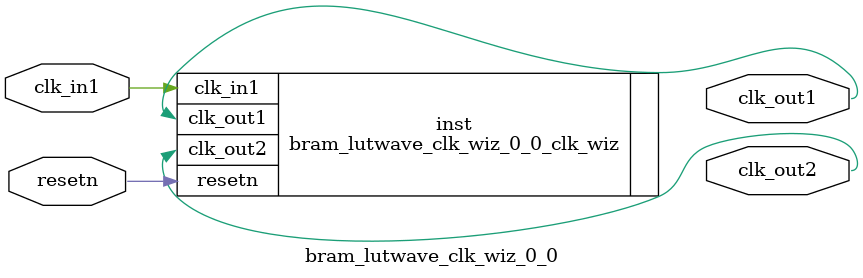
<source format=v>


`timescale 1ps/1ps

(* CORE_GENERATION_INFO = "bram_lutwave_clk_wiz_0_0,clk_wiz_v6_0_6_0_0,{component_name=bram_lutwave_clk_wiz_0_0,use_phase_alignment=false,use_min_o_jitter=false,use_max_i_jitter=false,use_dyn_phase_shift=false,use_inclk_switchover=false,use_dyn_reconfig=false,enable_axi=0,feedback_source=FDBK_AUTO,PRIMITIVE=MMCM,num_out_clk=2,clkin1_period=3.906,clkin2_period=10.0,use_power_down=false,use_reset=true,use_locked=false,use_inclk_stopped=false,feedback_type=SINGLE,CLOCK_MGR_TYPE=NA,manual_override=false}" *)

module bram_lutwave_clk_wiz_0_0 
 (
  // Clock out ports
  output        clk_out1,
  output        clk_out2,
  // Status and control signals
  input         resetn,
 // Clock in ports
  input         clk_in1
 );

  bram_lutwave_clk_wiz_0_0_clk_wiz inst
  (
  // Clock out ports  
  .clk_out1(clk_out1),
  .clk_out2(clk_out2),
  // Status and control signals               
  .resetn(resetn), 
 // Clock in ports
  .clk_in1(clk_in1)
  );

endmodule

</source>
